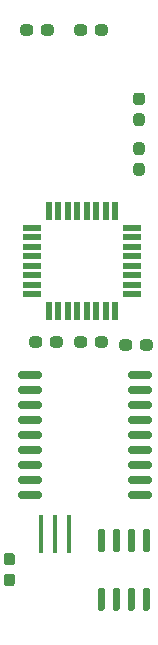
<source format=gbr>
G04 #@! TF.GenerationSoftware,KiCad,Pcbnew,5.1.6-c6e7f7d~87~ubuntu18.04.1*
G04 #@! TF.CreationDate,2020-11-30T10:13:03-05:00*
G04 #@! TF.ProjectId,pedal-board-2020,70656461-6c2d-4626-9f61-72642d323032,rev?*
G04 #@! TF.SameCoordinates,Original*
G04 #@! TF.FileFunction,Paste,Top*
G04 #@! TF.FilePolarity,Positive*
%FSLAX46Y46*%
G04 Gerber Fmt 4.6, Leading zero omitted, Abs format (unit mm)*
G04 Created by KiCad (PCBNEW 5.1.6-c6e7f7d~87~ubuntu18.04.1) date 2020-11-30 10:13:03*
%MOMM*%
%LPD*%
G01*
G04 APERTURE LIST*
%ADD10R,0.400000X3.200000*%
%ADD11R,1.600000X0.550000*%
%ADD12R,0.550000X1.600000*%
G04 APERTURE END LIST*
G36*
G01*
X109570000Y-85073500D02*
X109570000Y-84598500D01*
G75*
G02*
X109807500Y-84361000I237500J0D01*
G01*
X110382500Y-84361000D01*
G75*
G02*
X110620000Y-84598500I0J-237500D01*
G01*
X110620000Y-85073500D01*
G75*
G02*
X110382500Y-85311000I-237500J0D01*
G01*
X109807500Y-85311000D01*
G75*
G02*
X109570000Y-85073500I0J237500D01*
G01*
G37*
G36*
G01*
X107820000Y-85073500D02*
X107820000Y-84598500D01*
G75*
G02*
X108057500Y-84361000I237500J0D01*
G01*
X108632500Y-84361000D01*
G75*
G02*
X108870000Y-84598500I0J-237500D01*
G01*
X108870000Y-85073500D01*
G75*
G02*
X108632500Y-85311000I-237500J0D01*
G01*
X108057500Y-85311000D01*
G75*
G02*
X107820000Y-85073500I0J237500D01*
G01*
G37*
G36*
G01*
X98262500Y-102450000D02*
X98737500Y-102450000D01*
G75*
G02*
X98975000Y-102687500I0J-237500D01*
G01*
X98975000Y-103262500D01*
G75*
G02*
X98737500Y-103500000I-237500J0D01*
G01*
X98262500Y-103500000D01*
G75*
G02*
X98025000Y-103262500I0J237500D01*
G01*
X98025000Y-102687500D01*
G75*
G02*
X98262500Y-102450000I237500J0D01*
G01*
G37*
G36*
G01*
X98262500Y-104200000D02*
X98737500Y-104200000D01*
G75*
G02*
X98975000Y-104437500I0J-237500D01*
G01*
X98975000Y-105012500D01*
G75*
G02*
X98737500Y-105250000I-237500J0D01*
G01*
X98262500Y-105250000D01*
G75*
G02*
X98025000Y-105012500I0J237500D01*
G01*
X98025000Y-104437500D01*
G75*
G02*
X98262500Y-104200000I237500J0D01*
G01*
G37*
D10*
X101162000Y-100838000D03*
X102362000Y-100838000D03*
X103562000Y-100838000D03*
G36*
G01*
X109959000Y-105386000D02*
X110259000Y-105386000D01*
G75*
G02*
X110409000Y-105536000I0J-150000D01*
G01*
X110409000Y-107186000D01*
G75*
G02*
X110259000Y-107336000I-150000J0D01*
G01*
X109959000Y-107336000D01*
G75*
G02*
X109809000Y-107186000I0J150000D01*
G01*
X109809000Y-105536000D01*
G75*
G02*
X109959000Y-105386000I150000J0D01*
G01*
G37*
G36*
G01*
X108689000Y-105386000D02*
X108989000Y-105386000D01*
G75*
G02*
X109139000Y-105536000I0J-150000D01*
G01*
X109139000Y-107186000D01*
G75*
G02*
X108989000Y-107336000I-150000J0D01*
G01*
X108689000Y-107336000D01*
G75*
G02*
X108539000Y-107186000I0J150000D01*
G01*
X108539000Y-105536000D01*
G75*
G02*
X108689000Y-105386000I150000J0D01*
G01*
G37*
G36*
G01*
X107419000Y-105386000D02*
X107719000Y-105386000D01*
G75*
G02*
X107869000Y-105536000I0J-150000D01*
G01*
X107869000Y-107186000D01*
G75*
G02*
X107719000Y-107336000I-150000J0D01*
G01*
X107419000Y-107336000D01*
G75*
G02*
X107269000Y-107186000I0J150000D01*
G01*
X107269000Y-105536000D01*
G75*
G02*
X107419000Y-105386000I150000J0D01*
G01*
G37*
G36*
G01*
X106149000Y-105386000D02*
X106449000Y-105386000D01*
G75*
G02*
X106599000Y-105536000I0J-150000D01*
G01*
X106599000Y-107186000D01*
G75*
G02*
X106449000Y-107336000I-150000J0D01*
G01*
X106149000Y-107336000D01*
G75*
G02*
X105999000Y-107186000I0J150000D01*
G01*
X105999000Y-105536000D01*
G75*
G02*
X106149000Y-105386000I150000J0D01*
G01*
G37*
G36*
G01*
X106149000Y-100436000D02*
X106449000Y-100436000D01*
G75*
G02*
X106599000Y-100586000I0J-150000D01*
G01*
X106599000Y-102236000D01*
G75*
G02*
X106449000Y-102386000I-150000J0D01*
G01*
X106149000Y-102386000D01*
G75*
G02*
X105999000Y-102236000I0J150000D01*
G01*
X105999000Y-100586000D01*
G75*
G02*
X106149000Y-100436000I150000J0D01*
G01*
G37*
G36*
G01*
X107419000Y-100436000D02*
X107719000Y-100436000D01*
G75*
G02*
X107869000Y-100586000I0J-150000D01*
G01*
X107869000Y-102236000D01*
G75*
G02*
X107719000Y-102386000I-150000J0D01*
G01*
X107419000Y-102386000D01*
G75*
G02*
X107269000Y-102236000I0J150000D01*
G01*
X107269000Y-100586000D01*
G75*
G02*
X107419000Y-100436000I150000J0D01*
G01*
G37*
G36*
G01*
X108689000Y-100436000D02*
X108989000Y-100436000D01*
G75*
G02*
X109139000Y-100586000I0J-150000D01*
G01*
X109139000Y-102236000D01*
G75*
G02*
X108989000Y-102386000I-150000J0D01*
G01*
X108689000Y-102386000D01*
G75*
G02*
X108539000Y-102236000I0J150000D01*
G01*
X108539000Y-100586000D01*
G75*
G02*
X108689000Y-100436000I150000J0D01*
G01*
G37*
G36*
G01*
X109959000Y-100436000D02*
X110259000Y-100436000D01*
G75*
G02*
X110409000Y-100586000I0J-150000D01*
G01*
X110409000Y-102236000D01*
G75*
G02*
X110259000Y-102386000I-150000J0D01*
G01*
X109959000Y-102386000D01*
G75*
G02*
X109809000Y-102236000I0J150000D01*
G01*
X109809000Y-100586000D01*
G75*
G02*
X109959000Y-100436000I150000J0D01*
G01*
G37*
G36*
G01*
X108527000Y-87526000D02*
X108527000Y-87226000D01*
G75*
G02*
X108677000Y-87076000I150000J0D01*
G01*
X110427000Y-87076000D01*
G75*
G02*
X110577000Y-87226000I0J-150000D01*
G01*
X110577000Y-87526000D01*
G75*
G02*
X110427000Y-87676000I-150000J0D01*
G01*
X108677000Y-87676000D01*
G75*
G02*
X108527000Y-87526000I0J150000D01*
G01*
G37*
G36*
G01*
X108527000Y-88796000D02*
X108527000Y-88496000D01*
G75*
G02*
X108677000Y-88346000I150000J0D01*
G01*
X110427000Y-88346000D01*
G75*
G02*
X110577000Y-88496000I0J-150000D01*
G01*
X110577000Y-88796000D01*
G75*
G02*
X110427000Y-88946000I-150000J0D01*
G01*
X108677000Y-88946000D01*
G75*
G02*
X108527000Y-88796000I0J150000D01*
G01*
G37*
G36*
G01*
X108527000Y-90066000D02*
X108527000Y-89766000D01*
G75*
G02*
X108677000Y-89616000I150000J0D01*
G01*
X110427000Y-89616000D01*
G75*
G02*
X110577000Y-89766000I0J-150000D01*
G01*
X110577000Y-90066000D01*
G75*
G02*
X110427000Y-90216000I-150000J0D01*
G01*
X108677000Y-90216000D01*
G75*
G02*
X108527000Y-90066000I0J150000D01*
G01*
G37*
G36*
G01*
X108527000Y-91336000D02*
X108527000Y-91036000D01*
G75*
G02*
X108677000Y-90886000I150000J0D01*
G01*
X110427000Y-90886000D01*
G75*
G02*
X110577000Y-91036000I0J-150000D01*
G01*
X110577000Y-91336000D01*
G75*
G02*
X110427000Y-91486000I-150000J0D01*
G01*
X108677000Y-91486000D01*
G75*
G02*
X108527000Y-91336000I0J150000D01*
G01*
G37*
G36*
G01*
X108527000Y-92606000D02*
X108527000Y-92306000D01*
G75*
G02*
X108677000Y-92156000I150000J0D01*
G01*
X110427000Y-92156000D01*
G75*
G02*
X110577000Y-92306000I0J-150000D01*
G01*
X110577000Y-92606000D01*
G75*
G02*
X110427000Y-92756000I-150000J0D01*
G01*
X108677000Y-92756000D01*
G75*
G02*
X108527000Y-92606000I0J150000D01*
G01*
G37*
G36*
G01*
X108527000Y-93876000D02*
X108527000Y-93576000D01*
G75*
G02*
X108677000Y-93426000I150000J0D01*
G01*
X110427000Y-93426000D01*
G75*
G02*
X110577000Y-93576000I0J-150000D01*
G01*
X110577000Y-93876000D01*
G75*
G02*
X110427000Y-94026000I-150000J0D01*
G01*
X108677000Y-94026000D01*
G75*
G02*
X108527000Y-93876000I0J150000D01*
G01*
G37*
G36*
G01*
X108527000Y-95146000D02*
X108527000Y-94846000D01*
G75*
G02*
X108677000Y-94696000I150000J0D01*
G01*
X110427000Y-94696000D01*
G75*
G02*
X110577000Y-94846000I0J-150000D01*
G01*
X110577000Y-95146000D01*
G75*
G02*
X110427000Y-95296000I-150000J0D01*
G01*
X108677000Y-95296000D01*
G75*
G02*
X108527000Y-95146000I0J150000D01*
G01*
G37*
G36*
G01*
X108527000Y-96416000D02*
X108527000Y-96116000D01*
G75*
G02*
X108677000Y-95966000I150000J0D01*
G01*
X110427000Y-95966000D01*
G75*
G02*
X110577000Y-96116000I0J-150000D01*
G01*
X110577000Y-96416000D01*
G75*
G02*
X110427000Y-96566000I-150000J0D01*
G01*
X108677000Y-96566000D01*
G75*
G02*
X108527000Y-96416000I0J150000D01*
G01*
G37*
G36*
G01*
X108527000Y-97686000D02*
X108527000Y-97386000D01*
G75*
G02*
X108677000Y-97236000I150000J0D01*
G01*
X110427000Y-97236000D01*
G75*
G02*
X110577000Y-97386000I0J-150000D01*
G01*
X110577000Y-97686000D01*
G75*
G02*
X110427000Y-97836000I-150000J0D01*
G01*
X108677000Y-97836000D01*
G75*
G02*
X108527000Y-97686000I0J150000D01*
G01*
G37*
G36*
G01*
X99227000Y-97686000D02*
X99227000Y-97386000D01*
G75*
G02*
X99377000Y-97236000I150000J0D01*
G01*
X101127000Y-97236000D01*
G75*
G02*
X101277000Y-97386000I0J-150000D01*
G01*
X101277000Y-97686000D01*
G75*
G02*
X101127000Y-97836000I-150000J0D01*
G01*
X99377000Y-97836000D01*
G75*
G02*
X99227000Y-97686000I0J150000D01*
G01*
G37*
G36*
G01*
X99227000Y-96416000D02*
X99227000Y-96116000D01*
G75*
G02*
X99377000Y-95966000I150000J0D01*
G01*
X101127000Y-95966000D01*
G75*
G02*
X101277000Y-96116000I0J-150000D01*
G01*
X101277000Y-96416000D01*
G75*
G02*
X101127000Y-96566000I-150000J0D01*
G01*
X99377000Y-96566000D01*
G75*
G02*
X99227000Y-96416000I0J150000D01*
G01*
G37*
G36*
G01*
X99227000Y-95146000D02*
X99227000Y-94846000D01*
G75*
G02*
X99377000Y-94696000I150000J0D01*
G01*
X101127000Y-94696000D01*
G75*
G02*
X101277000Y-94846000I0J-150000D01*
G01*
X101277000Y-95146000D01*
G75*
G02*
X101127000Y-95296000I-150000J0D01*
G01*
X99377000Y-95296000D01*
G75*
G02*
X99227000Y-95146000I0J150000D01*
G01*
G37*
G36*
G01*
X99227000Y-93876000D02*
X99227000Y-93576000D01*
G75*
G02*
X99377000Y-93426000I150000J0D01*
G01*
X101127000Y-93426000D01*
G75*
G02*
X101277000Y-93576000I0J-150000D01*
G01*
X101277000Y-93876000D01*
G75*
G02*
X101127000Y-94026000I-150000J0D01*
G01*
X99377000Y-94026000D01*
G75*
G02*
X99227000Y-93876000I0J150000D01*
G01*
G37*
G36*
G01*
X99227000Y-92606000D02*
X99227000Y-92306000D01*
G75*
G02*
X99377000Y-92156000I150000J0D01*
G01*
X101127000Y-92156000D01*
G75*
G02*
X101277000Y-92306000I0J-150000D01*
G01*
X101277000Y-92606000D01*
G75*
G02*
X101127000Y-92756000I-150000J0D01*
G01*
X99377000Y-92756000D01*
G75*
G02*
X99227000Y-92606000I0J150000D01*
G01*
G37*
G36*
G01*
X99227000Y-91336000D02*
X99227000Y-91036000D01*
G75*
G02*
X99377000Y-90886000I150000J0D01*
G01*
X101127000Y-90886000D01*
G75*
G02*
X101277000Y-91036000I0J-150000D01*
G01*
X101277000Y-91336000D01*
G75*
G02*
X101127000Y-91486000I-150000J0D01*
G01*
X99377000Y-91486000D01*
G75*
G02*
X99227000Y-91336000I0J150000D01*
G01*
G37*
G36*
G01*
X99227000Y-90066000D02*
X99227000Y-89766000D01*
G75*
G02*
X99377000Y-89616000I150000J0D01*
G01*
X101127000Y-89616000D01*
G75*
G02*
X101277000Y-89766000I0J-150000D01*
G01*
X101277000Y-90066000D01*
G75*
G02*
X101127000Y-90216000I-150000J0D01*
G01*
X99377000Y-90216000D01*
G75*
G02*
X99227000Y-90066000I0J150000D01*
G01*
G37*
G36*
G01*
X99227000Y-88796000D02*
X99227000Y-88496000D01*
G75*
G02*
X99377000Y-88346000I150000J0D01*
G01*
X101127000Y-88346000D01*
G75*
G02*
X101277000Y-88496000I0J-150000D01*
G01*
X101277000Y-88796000D01*
G75*
G02*
X101127000Y-88946000I-150000J0D01*
G01*
X99377000Y-88946000D01*
G75*
G02*
X99227000Y-88796000I0J150000D01*
G01*
G37*
G36*
G01*
X99227000Y-87526000D02*
X99227000Y-87226000D01*
G75*
G02*
X99377000Y-87076000I150000J0D01*
G01*
X101127000Y-87076000D01*
G75*
G02*
X101277000Y-87226000I0J-150000D01*
G01*
X101277000Y-87526000D01*
G75*
G02*
X101127000Y-87676000I-150000J0D01*
G01*
X99377000Y-87676000D01*
G75*
G02*
X99227000Y-87526000I0J150000D01*
G01*
G37*
D11*
X100398000Y-80524000D03*
X100398000Y-79724000D03*
X100398000Y-78924000D03*
X100398000Y-78124000D03*
X100398000Y-77324000D03*
X100398000Y-76524000D03*
X100398000Y-75724000D03*
X100398000Y-74924000D03*
D12*
X101848000Y-73474000D03*
X102648000Y-73474000D03*
X103448000Y-73474000D03*
X104248000Y-73474000D03*
X105048000Y-73474000D03*
X105848000Y-73474000D03*
X106648000Y-73474000D03*
X107448000Y-73474000D03*
D11*
X108898000Y-74924000D03*
X108898000Y-75724000D03*
X108898000Y-76524000D03*
X108898000Y-77324000D03*
X108898000Y-78124000D03*
X108898000Y-78924000D03*
X108898000Y-79724000D03*
X108898000Y-80524000D03*
D12*
X107448000Y-81974000D03*
X106648000Y-81974000D03*
X105848000Y-81974000D03*
X105048000Y-81974000D03*
X104248000Y-81974000D03*
X103448000Y-81974000D03*
X102648000Y-81974000D03*
X101848000Y-81974000D03*
G36*
G01*
X105060000Y-57928500D02*
X105060000Y-58403500D01*
G75*
G02*
X104822500Y-58641000I-237500J0D01*
G01*
X104247500Y-58641000D01*
G75*
G02*
X104010000Y-58403500I0J237500D01*
G01*
X104010000Y-57928500D01*
G75*
G02*
X104247500Y-57691000I237500J0D01*
G01*
X104822500Y-57691000D01*
G75*
G02*
X105060000Y-57928500I0J-237500D01*
G01*
G37*
G36*
G01*
X106810000Y-57928500D02*
X106810000Y-58403500D01*
G75*
G02*
X106572500Y-58641000I-237500J0D01*
G01*
X105997500Y-58641000D01*
G75*
G02*
X105760000Y-58403500I0J237500D01*
G01*
X105760000Y-57928500D01*
G75*
G02*
X105997500Y-57691000I237500J0D01*
G01*
X106572500Y-57691000D01*
G75*
G02*
X106810000Y-57928500I0J-237500D01*
G01*
G37*
G36*
G01*
X100488000Y-57928500D02*
X100488000Y-58403500D01*
G75*
G02*
X100250500Y-58641000I-237500J0D01*
G01*
X99675500Y-58641000D01*
G75*
G02*
X99438000Y-58403500I0J237500D01*
G01*
X99438000Y-57928500D01*
G75*
G02*
X99675500Y-57691000I237500J0D01*
G01*
X100250500Y-57691000D01*
G75*
G02*
X100488000Y-57928500I0J-237500D01*
G01*
G37*
G36*
G01*
X102238000Y-57928500D02*
X102238000Y-58403500D01*
G75*
G02*
X102000500Y-58641000I-237500J0D01*
G01*
X101425500Y-58641000D01*
G75*
G02*
X101188000Y-58403500I0J237500D01*
G01*
X101188000Y-57928500D01*
G75*
G02*
X101425500Y-57691000I237500J0D01*
G01*
X102000500Y-57691000D01*
G75*
G02*
X102238000Y-57928500I0J-237500D01*
G01*
G37*
G36*
G01*
X101250000Y-84344500D02*
X101250000Y-84819500D01*
G75*
G02*
X101012500Y-85057000I-237500J0D01*
G01*
X100437500Y-85057000D01*
G75*
G02*
X100200000Y-84819500I0J237500D01*
G01*
X100200000Y-84344500D01*
G75*
G02*
X100437500Y-84107000I237500J0D01*
G01*
X101012500Y-84107000D01*
G75*
G02*
X101250000Y-84344500I0J-237500D01*
G01*
G37*
G36*
G01*
X103000000Y-84344500D02*
X103000000Y-84819500D01*
G75*
G02*
X102762500Y-85057000I-237500J0D01*
G01*
X102187500Y-85057000D01*
G75*
G02*
X101950000Y-84819500I0J237500D01*
G01*
X101950000Y-84344500D01*
G75*
G02*
X102187500Y-84107000I237500J0D01*
G01*
X102762500Y-84107000D01*
G75*
G02*
X103000000Y-84344500I0J-237500D01*
G01*
G37*
G36*
G01*
X105060000Y-84344500D02*
X105060000Y-84819500D01*
G75*
G02*
X104822500Y-85057000I-237500J0D01*
G01*
X104247500Y-85057000D01*
G75*
G02*
X104010000Y-84819500I0J237500D01*
G01*
X104010000Y-84344500D01*
G75*
G02*
X104247500Y-84107000I237500J0D01*
G01*
X104822500Y-84107000D01*
G75*
G02*
X105060000Y-84344500I0J-237500D01*
G01*
G37*
G36*
G01*
X106810000Y-84344500D02*
X106810000Y-84819500D01*
G75*
G02*
X106572500Y-85057000I-237500J0D01*
G01*
X105997500Y-85057000D01*
G75*
G02*
X105760000Y-84819500I0J237500D01*
G01*
X105760000Y-84344500D01*
G75*
G02*
X105997500Y-84107000I237500J0D01*
G01*
X106572500Y-84107000D01*
G75*
G02*
X106810000Y-84344500I0J-237500D01*
G01*
G37*
G36*
G01*
X109236500Y-65233000D02*
X109711500Y-65233000D01*
G75*
G02*
X109949000Y-65470500I0J-237500D01*
G01*
X109949000Y-66045500D01*
G75*
G02*
X109711500Y-66283000I-237500J0D01*
G01*
X109236500Y-66283000D01*
G75*
G02*
X108999000Y-66045500I0J237500D01*
G01*
X108999000Y-65470500D01*
G75*
G02*
X109236500Y-65233000I237500J0D01*
G01*
G37*
G36*
G01*
X109236500Y-63483000D02*
X109711500Y-63483000D01*
G75*
G02*
X109949000Y-63720500I0J-237500D01*
G01*
X109949000Y-64295500D01*
G75*
G02*
X109711500Y-64533000I-237500J0D01*
G01*
X109236500Y-64533000D01*
G75*
G02*
X108999000Y-64295500I0J237500D01*
G01*
X108999000Y-63720500D01*
G75*
G02*
X109236500Y-63483000I237500J0D01*
G01*
G37*
G36*
G01*
X109711500Y-68738000D02*
X109236500Y-68738000D01*
G75*
G02*
X108999000Y-68500500I0J237500D01*
G01*
X108999000Y-67925500D01*
G75*
G02*
X109236500Y-67688000I237500J0D01*
G01*
X109711500Y-67688000D01*
G75*
G02*
X109949000Y-67925500I0J-237500D01*
G01*
X109949000Y-68500500D01*
G75*
G02*
X109711500Y-68738000I-237500J0D01*
G01*
G37*
G36*
G01*
X109711500Y-70488000D02*
X109236500Y-70488000D01*
G75*
G02*
X108999000Y-70250500I0J237500D01*
G01*
X108999000Y-69675500D01*
G75*
G02*
X109236500Y-69438000I237500J0D01*
G01*
X109711500Y-69438000D01*
G75*
G02*
X109949000Y-69675500I0J-237500D01*
G01*
X109949000Y-70250500D01*
G75*
G02*
X109711500Y-70488000I-237500J0D01*
G01*
G37*
M02*

</source>
